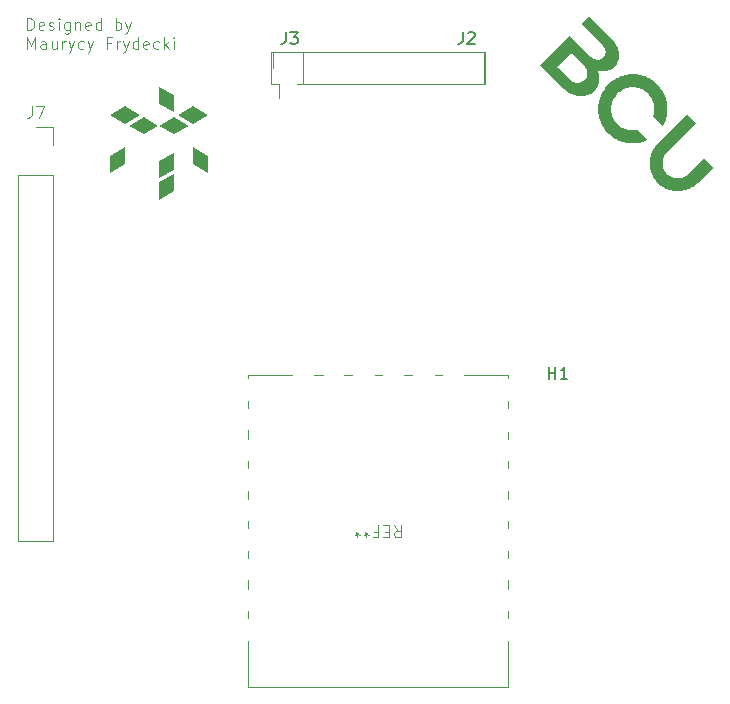
<source format=gbr>
%TF.GenerationSoftware,KiCad,Pcbnew,9.0.3*%
%TF.CreationDate,2025-07-27T20:55:45+02:00*%
%TF.ProjectId,Pololu Zumo 32U4 controller shield,506f6c6f-6c75-4205-9a75-6d6f20333255,rev?*%
%TF.SameCoordinates,Original*%
%TF.FileFunction,Legend,Top*%
%TF.FilePolarity,Positive*%
%FSLAX46Y46*%
G04 Gerber Fmt 4.6, Leading zero omitted, Abs format (unit mm)*
G04 Created by KiCad (PCBNEW 9.0.3) date 2025-07-27 20:55:45*
%MOMM*%
%LPD*%
G01*
G04 APERTURE LIST*
%ADD10C,0.100000*%
%ADD11C,0.150000*%
%ADD12C,0.000000*%
%ADD13C,0.120000*%
G04 APERTURE END LIST*
D10*
X120303884Y-74262475D02*
X120303884Y-73262475D01*
X120303884Y-73262475D02*
X120541979Y-73262475D01*
X120541979Y-73262475D02*
X120684836Y-73310094D01*
X120684836Y-73310094D02*
X120780074Y-73405332D01*
X120780074Y-73405332D02*
X120827693Y-73500570D01*
X120827693Y-73500570D02*
X120875312Y-73691046D01*
X120875312Y-73691046D02*
X120875312Y-73833903D01*
X120875312Y-73833903D02*
X120827693Y-74024379D01*
X120827693Y-74024379D02*
X120780074Y-74119617D01*
X120780074Y-74119617D02*
X120684836Y-74214856D01*
X120684836Y-74214856D02*
X120541979Y-74262475D01*
X120541979Y-74262475D02*
X120303884Y-74262475D01*
X121684836Y-74214856D02*
X121589598Y-74262475D01*
X121589598Y-74262475D02*
X121399122Y-74262475D01*
X121399122Y-74262475D02*
X121303884Y-74214856D01*
X121303884Y-74214856D02*
X121256265Y-74119617D01*
X121256265Y-74119617D02*
X121256265Y-73738665D01*
X121256265Y-73738665D02*
X121303884Y-73643427D01*
X121303884Y-73643427D02*
X121399122Y-73595808D01*
X121399122Y-73595808D02*
X121589598Y-73595808D01*
X121589598Y-73595808D02*
X121684836Y-73643427D01*
X121684836Y-73643427D02*
X121732455Y-73738665D01*
X121732455Y-73738665D02*
X121732455Y-73833903D01*
X121732455Y-73833903D02*
X121256265Y-73929141D01*
X122113408Y-74214856D02*
X122208646Y-74262475D01*
X122208646Y-74262475D02*
X122399122Y-74262475D01*
X122399122Y-74262475D02*
X122494360Y-74214856D01*
X122494360Y-74214856D02*
X122541979Y-74119617D01*
X122541979Y-74119617D02*
X122541979Y-74071998D01*
X122541979Y-74071998D02*
X122494360Y-73976760D01*
X122494360Y-73976760D02*
X122399122Y-73929141D01*
X122399122Y-73929141D02*
X122256265Y-73929141D01*
X122256265Y-73929141D02*
X122161027Y-73881522D01*
X122161027Y-73881522D02*
X122113408Y-73786284D01*
X122113408Y-73786284D02*
X122113408Y-73738665D01*
X122113408Y-73738665D02*
X122161027Y-73643427D01*
X122161027Y-73643427D02*
X122256265Y-73595808D01*
X122256265Y-73595808D02*
X122399122Y-73595808D01*
X122399122Y-73595808D02*
X122494360Y-73643427D01*
X122970551Y-74262475D02*
X122970551Y-73595808D01*
X122970551Y-73262475D02*
X122922932Y-73310094D01*
X122922932Y-73310094D02*
X122970551Y-73357713D01*
X122970551Y-73357713D02*
X123018170Y-73310094D01*
X123018170Y-73310094D02*
X122970551Y-73262475D01*
X122970551Y-73262475D02*
X122970551Y-73357713D01*
X123875312Y-73595808D02*
X123875312Y-74405332D01*
X123875312Y-74405332D02*
X123827693Y-74500570D01*
X123827693Y-74500570D02*
X123780074Y-74548189D01*
X123780074Y-74548189D02*
X123684836Y-74595808D01*
X123684836Y-74595808D02*
X123541979Y-74595808D01*
X123541979Y-74595808D02*
X123446741Y-74548189D01*
X123875312Y-74214856D02*
X123780074Y-74262475D01*
X123780074Y-74262475D02*
X123589598Y-74262475D01*
X123589598Y-74262475D02*
X123494360Y-74214856D01*
X123494360Y-74214856D02*
X123446741Y-74167236D01*
X123446741Y-74167236D02*
X123399122Y-74071998D01*
X123399122Y-74071998D02*
X123399122Y-73786284D01*
X123399122Y-73786284D02*
X123446741Y-73691046D01*
X123446741Y-73691046D02*
X123494360Y-73643427D01*
X123494360Y-73643427D02*
X123589598Y-73595808D01*
X123589598Y-73595808D02*
X123780074Y-73595808D01*
X123780074Y-73595808D02*
X123875312Y-73643427D01*
X124351503Y-73595808D02*
X124351503Y-74262475D01*
X124351503Y-73691046D02*
X124399122Y-73643427D01*
X124399122Y-73643427D02*
X124494360Y-73595808D01*
X124494360Y-73595808D02*
X124637217Y-73595808D01*
X124637217Y-73595808D02*
X124732455Y-73643427D01*
X124732455Y-73643427D02*
X124780074Y-73738665D01*
X124780074Y-73738665D02*
X124780074Y-74262475D01*
X125637217Y-74214856D02*
X125541979Y-74262475D01*
X125541979Y-74262475D02*
X125351503Y-74262475D01*
X125351503Y-74262475D02*
X125256265Y-74214856D01*
X125256265Y-74214856D02*
X125208646Y-74119617D01*
X125208646Y-74119617D02*
X125208646Y-73738665D01*
X125208646Y-73738665D02*
X125256265Y-73643427D01*
X125256265Y-73643427D02*
X125351503Y-73595808D01*
X125351503Y-73595808D02*
X125541979Y-73595808D01*
X125541979Y-73595808D02*
X125637217Y-73643427D01*
X125637217Y-73643427D02*
X125684836Y-73738665D01*
X125684836Y-73738665D02*
X125684836Y-73833903D01*
X125684836Y-73833903D02*
X125208646Y-73929141D01*
X126541979Y-74262475D02*
X126541979Y-73262475D01*
X126541979Y-74214856D02*
X126446741Y-74262475D01*
X126446741Y-74262475D02*
X126256265Y-74262475D01*
X126256265Y-74262475D02*
X126161027Y-74214856D01*
X126161027Y-74214856D02*
X126113408Y-74167236D01*
X126113408Y-74167236D02*
X126065789Y-74071998D01*
X126065789Y-74071998D02*
X126065789Y-73786284D01*
X126065789Y-73786284D02*
X126113408Y-73691046D01*
X126113408Y-73691046D02*
X126161027Y-73643427D01*
X126161027Y-73643427D02*
X126256265Y-73595808D01*
X126256265Y-73595808D02*
X126446741Y-73595808D01*
X126446741Y-73595808D02*
X126541979Y-73643427D01*
X127780075Y-74262475D02*
X127780075Y-73262475D01*
X127780075Y-73643427D02*
X127875313Y-73595808D01*
X127875313Y-73595808D02*
X128065789Y-73595808D01*
X128065789Y-73595808D02*
X128161027Y-73643427D01*
X128161027Y-73643427D02*
X128208646Y-73691046D01*
X128208646Y-73691046D02*
X128256265Y-73786284D01*
X128256265Y-73786284D02*
X128256265Y-74071998D01*
X128256265Y-74071998D02*
X128208646Y-74167236D01*
X128208646Y-74167236D02*
X128161027Y-74214856D01*
X128161027Y-74214856D02*
X128065789Y-74262475D01*
X128065789Y-74262475D02*
X127875313Y-74262475D01*
X127875313Y-74262475D02*
X127780075Y-74214856D01*
X128589599Y-73595808D02*
X128827694Y-74262475D01*
X129065789Y-73595808D02*
X128827694Y-74262475D01*
X128827694Y-74262475D02*
X128732456Y-74500570D01*
X128732456Y-74500570D02*
X128684837Y-74548189D01*
X128684837Y-74548189D02*
X128589599Y-74595808D01*
X120303884Y-75872419D02*
X120303884Y-74872419D01*
X120303884Y-74872419D02*
X120637217Y-75586704D01*
X120637217Y-75586704D02*
X120970550Y-74872419D01*
X120970550Y-74872419D02*
X120970550Y-75872419D01*
X121875312Y-75872419D02*
X121875312Y-75348609D01*
X121875312Y-75348609D02*
X121827693Y-75253371D01*
X121827693Y-75253371D02*
X121732455Y-75205752D01*
X121732455Y-75205752D02*
X121541979Y-75205752D01*
X121541979Y-75205752D02*
X121446741Y-75253371D01*
X121875312Y-75824800D02*
X121780074Y-75872419D01*
X121780074Y-75872419D02*
X121541979Y-75872419D01*
X121541979Y-75872419D02*
X121446741Y-75824800D01*
X121446741Y-75824800D02*
X121399122Y-75729561D01*
X121399122Y-75729561D02*
X121399122Y-75634323D01*
X121399122Y-75634323D02*
X121446741Y-75539085D01*
X121446741Y-75539085D02*
X121541979Y-75491466D01*
X121541979Y-75491466D02*
X121780074Y-75491466D01*
X121780074Y-75491466D02*
X121875312Y-75443847D01*
X122780074Y-75205752D02*
X122780074Y-75872419D01*
X122351503Y-75205752D02*
X122351503Y-75729561D01*
X122351503Y-75729561D02*
X122399122Y-75824800D01*
X122399122Y-75824800D02*
X122494360Y-75872419D01*
X122494360Y-75872419D02*
X122637217Y-75872419D01*
X122637217Y-75872419D02*
X122732455Y-75824800D01*
X122732455Y-75824800D02*
X122780074Y-75777180D01*
X123256265Y-75872419D02*
X123256265Y-75205752D01*
X123256265Y-75396228D02*
X123303884Y-75300990D01*
X123303884Y-75300990D02*
X123351503Y-75253371D01*
X123351503Y-75253371D02*
X123446741Y-75205752D01*
X123446741Y-75205752D02*
X123541979Y-75205752D01*
X123780075Y-75205752D02*
X124018170Y-75872419D01*
X124256265Y-75205752D02*
X124018170Y-75872419D01*
X124018170Y-75872419D02*
X123922932Y-76110514D01*
X123922932Y-76110514D02*
X123875313Y-76158133D01*
X123875313Y-76158133D02*
X123780075Y-76205752D01*
X125065789Y-75824800D02*
X124970551Y-75872419D01*
X124970551Y-75872419D02*
X124780075Y-75872419D01*
X124780075Y-75872419D02*
X124684837Y-75824800D01*
X124684837Y-75824800D02*
X124637218Y-75777180D01*
X124637218Y-75777180D02*
X124589599Y-75681942D01*
X124589599Y-75681942D02*
X124589599Y-75396228D01*
X124589599Y-75396228D02*
X124637218Y-75300990D01*
X124637218Y-75300990D02*
X124684837Y-75253371D01*
X124684837Y-75253371D02*
X124780075Y-75205752D01*
X124780075Y-75205752D02*
X124970551Y-75205752D01*
X124970551Y-75205752D02*
X125065789Y-75253371D01*
X125399123Y-75205752D02*
X125637218Y-75872419D01*
X125875313Y-75205752D02*
X125637218Y-75872419D01*
X125637218Y-75872419D02*
X125541980Y-76110514D01*
X125541980Y-76110514D02*
X125494361Y-76158133D01*
X125494361Y-76158133D02*
X125399123Y-76205752D01*
X127351504Y-75348609D02*
X127018171Y-75348609D01*
X127018171Y-75872419D02*
X127018171Y-74872419D01*
X127018171Y-74872419D02*
X127494361Y-74872419D01*
X127875314Y-75872419D02*
X127875314Y-75205752D01*
X127875314Y-75396228D02*
X127922933Y-75300990D01*
X127922933Y-75300990D02*
X127970552Y-75253371D01*
X127970552Y-75253371D02*
X128065790Y-75205752D01*
X128065790Y-75205752D02*
X128161028Y-75205752D01*
X128399124Y-75205752D02*
X128637219Y-75872419D01*
X128875314Y-75205752D02*
X128637219Y-75872419D01*
X128637219Y-75872419D02*
X128541981Y-76110514D01*
X128541981Y-76110514D02*
X128494362Y-76158133D01*
X128494362Y-76158133D02*
X128399124Y-76205752D01*
X129684838Y-75872419D02*
X129684838Y-74872419D01*
X129684838Y-75824800D02*
X129589600Y-75872419D01*
X129589600Y-75872419D02*
X129399124Y-75872419D01*
X129399124Y-75872419D02*
X129303886Y-75824800D01*
X129303886Y-75824800D02*
X129256267Y-75777180D01*
X129256267Y-75777180D02*
X129208648Y-75681942D01*
X129208648Y-75681942D02*
X129208648Y-75396228D01*
X129208648Y-75396228D02*
X129256267Y-75300990D01*
X129256267Y-75300990D02*
X129303886Y-75253371D01*
X129303886Y-75253371D02*
X129399124Y-75205752D01*
X129399124Y-75205752D02*
X129589600Y-75205752D01*
X129589600Y-75205752D02*
X129684838Y-75253371D01*
X130541981Y-75824800D02*
X130446743Y-75872419D01*
X130446743Y-75872419D02*
X130256267Y-75872419D01*
X130256267Y-75872419D02*
X130161029Y-75824800D01*
X130161029Y-75824800D02*
X130113410Y-75729561D01*
X130113410Y-75729561D02*
X130113410Y-75348609D01*
X130113410Y-75348609D02*
X130161029Y-75253371D01*
X130161029Y-75253371D02*
X130256267Y-75205752D01*
X130256267Y-75205752D02*
X130446743Y-75205752D01*
X130446743Y-75205752D02*
X130541981Y-75253371D01*
X130541981Y-75253371D02*
X130589600Y-75348609D01*
X130589600Y-75348609D02*
X130589600Y-75443847D01*
X130589600Y-75443847D02*
X130113410Y-75539085D01*
X131446743Y-75824800D02*
X131351505Y-75872419D01*
X131351505Y-75872419D02*
X131161029Y-75872419D01*
X131161029Y-75872419D02*
X131065791Y-75824800D01*
X131065791Y-75824800D02*
X131018172Y-75777180D01*
X131018172Y-75777180D02*
X130970553Y-75681942D01*
X130970553Y-75681942D02*
X130970553Y-75396228D01*
X130970553Y-75396228D02*
X131018172Y-75300990D01*
X131018172Y-75300990D02*
X131065791Y-75253371D01*
X131065791Y-75253371D02*
X131161029Y-75205752D01*
X131161029Y-75205752D02*
X131351505Y-75205752D01*
X131351505Y-75205752D02*
X131446743Y-75253371D01*
X131875315Y-75872419D02*
X131875315Y-74872419D01*
X131970553Y-75491466D02*
X132256267Y-75872419D01*
X132256267Y-75205752D02*
X131875315Y-75586704D01*
X132684839Y-75872419D02*
X132684839Y-75205752D01*
X132684839Y-74872419D02*
X132637220Y-74920038D01*
X132637220Y-74920038D02*
X132684839Y-74967657D01*
X132684839Y-74967657D02*
X132732458Y-74920038D01*
X132732458Y-74920038D02*
X132684839Y-74872419D01*
X132684839Y-74872419D02*
X132684839Y-74967657D01*
D11*
X157166666Y-74454819D02*
X157166666Y-75169104D01*
X157166666Y-75169104D02*
X157119047Y-75311961D01*
X157119047Y-75311961D02*
X157023809Y-75407200D01*
X157023809Y-75407200D02*
X156880952Y-75454819D01*
X156880952Y-75454819D02*
X156785714Y-75454819D01*
X157595238Y-74550057D02*
X157642857Y-74502438D01*
X157642857Y-74502438D02*
X157738095Y-74454819D01*
X157738095Y-74454819D02*
X157976190Y-74454819D01*
X157976190Y-74454819D02*
X158071428Y-74502438D01*
X158071428Y-74502438D02*
X158119047Y-74550057D01*
X158119047Y-74550057D02*
X158166666Y-74645295D01*
X158166666Y-74645295D02*
X158166666Y-74740533D01*
X158166666Y-74740533D02*
X158119047Y-74883390D01*
X158119047Y-74883390D02*
X157547619Y-75454819D01*
X157547619Y-75454819D02*
X158166666Y-75454819D01*
X142166666Y-74454819D02*
X142166666Y-75169104D01*
X142166666Y-75169104D02*
X142119047Y-75311961D01*
X142119047Y-75311961D02*
X142023809Y-75407200D01*
X142023809Y-75407200D02*
X141880952Y-75454819D01*
X141880952Y-75454819D02*
X141785714Y-75454819D01*
X142547619Y-74454819D02*
X143166666Y-74454819D01*
X143166666Y-74454819D02*
X142833333Y-74835771D01*
X142833333Y-74835771D02*
X142976190Y-74835771D01*
X142976190Y-74835771D02*
X143071428Y-74883390D01*
X143071428Y-74883390D02*
X143119047Y-74931009D01*
X143119047Y-74931009D02*
X143166666Y-75026247D01*
X143166666Y-75026247D02*
X143166666Y-75264342D01*
X143166666Y-75264342D02*
X143119047Y-75359580D01*
X143119047Y-75359580D02*
X143071428Y-75407200D01*
X143071428Y-75407200D02*
X142976190Y-75454819D01*
X142976190Y-75454819D02*
X142690476Y-75454819D01*
X142690476Y-75454819D02*
X142595238Y-75407200D01*
X142595238Y-75407200D02*
X142547619Y-75359580D01*
X164438095Y-103804819D02*
X164438095Y-102804819D01*
X164438095Y-103281009D02*
X165009523Y-103281009D01*
X165009523Y-103804819D02*
X165009523Y-102804819D01*
X166009523Y-103804819D02*
X165438095Y-103804819D01*
X165723809Y-103804819D02*
X165723809Y-102804819D01*
X165723809Y-102804819D02*
X165628571Y-102947676D01*
X165628571Y-102947676D02*
X165533333Y-103042914D01*
X165533333Y-103042914D02*
X165438095Y-103090533D01*
D10*
X151333333Y-116202580D02*
X151666666Y-116678771D01*
X151904761Y-116202580D02*
X151904761Y-117202580D01*
X151904761Y-117202580D02*
X151523809Y-117202580D01*
X151523809Y-117202580D02*
X151428571Y-117154961D01*
X151428571Y-117154961D02*
X151380952Y-117107342D01*
X151380952Y-117107342D02*
X151333333Y-117012104D01*
X151333333Y-117012104D02*
X151333333Y-116869247D01*
X151333333Y-116869247D02*
X151380952Y-116774009D01*
X151380952Y-116774009D02*
X151428571Y-116726390D01*
X151428571Y-116726390D02*
X151523809Y-116678771D01*
X151523809Y-116678771D02*
X151904761Y-116678771D01*
X150904761Y-116726390D02*
X150571428Y-116726390D01*
X150428571Y-116202580D02*
X150904761Y-116202580D01*
X150904761Y-116202580D02*
X150904761Y-117202580D01*
X150904761Y-117202580D02*
X150428571Y-117202580D01*
X149666666Y-116726390D02*
X149999999Y-116726390D01*
X149999999Y-116202580D02*
X149999999Y-117202580D01*
X149999999Y-117202580D02*
X149523809Y-117202580D01*
X148999999Y-117202580D02*
X148999999Y-116964485D01*
X149238094Y-117059723D02*
X148999999Y-116964485D01*
X148999999Y-116964485D02*
X148761904Y-117059723D01*
X149142856Y-116774009D02*
X148999999Y-116964485D01*
X148999999Y-116964485D02*
X148857142Y-116774009D01*
X148238094Y-117202580D02*
X148238094Y-116964485D01*
X148476189Y-117059723D02*
X148238094Y-116964485D01*
X148238094Y-116964485D02*
X147999999Y-117059723D01*
X148380951Y-116774009D02*
X148238094Y-116964485D01*
X148238094Y-116964485D02*
X148095237Y-116774009D01*
X120666666Y-80707419D02*
X120666666Y-81421704D01*
X120666666Y-81421704D02*
X120619047Y-81564561D01*
X120619047Y-81564561D02*
X120523809Y-81659800D01*
X120523809Y-81659800D02*
X120380952Y-81707419D01*
X120380952Y-81707419D02*
X120285714Y-81707419D01*
X121047619Y-80707419D02*
X121714285Y-80707419D01*
X121714285Y-80707419D02*
X121285714Y-81707419D01*
D12*
%TO.C,svg2mod*%
G36*
X176918440Y-82151530D02*
G01*
X174455780Y-84614190D01*
X174372540Y-84705735D01*
X174299705Y-84802979D01*
X174237276Y-84905162D01*
X174185251Y-85011524D01*
X174143631Y-85121305D01*
X174112416Y-85233745D01*
X174091606Y-85348086D01*
X174081201Y-85463565D01*
X174081201Y-85579425D01*
X174091606Y-85694905D01*
X174112416Y-85809245D01*
X174143631Y-85921686D01*
X174185251Y-86031467D01*
X174237276Y-86137829D01*
X174299705Y-86240012D01*
X174372540Y-86337255D01*
X174455780Y-86428801D01*
X174543476Y-86508846D01*
X174636451Y-86579318D01*
X174734033Y-86640215D01*
X174835551Y-86691538D01*
X174940333Y-86733285D01*
X175047708Y-86765457D01*
X175157005Y-86788053D01*
X175267550Y-86801073D01*
X175378674Y-86804516D01*
X175489704Y-86798383D01*
X175599969Y-86782672D01*
X175708797Y-86757384D01*
X175815516Y-86722519D01*
X175919455Y-86678075D01*
X176019943Y-86624052D01*
X176116308Y-86560451D01*
X176207878Y-86487271D01*
X176270364Y-86428777D01*
X176328861Y-86366287D01*
X177560153Y-85134996D01*
X178333802Y-85908643D01*
X177042019Y-87200429D01*
X176946272Y-87291093D01*
X176846855Y-87375438D01*
X176744034Y-87453462D01*
X176638076Y-87525168D01*
X176529244Y-87590554D01*
X176417806Y-87649620D01*
X176304026Y-87702367D01*
X176188171Y-87748795D01*
X176070505Y-87788903D01*
X175951294Y-87822692D01*
X175830804Y-87850162D01*
X175709301Y-87871313D01*
X175587049Y-87886145D01*
X175464315Y-87894659D01*
X175341365Y-87896853D01*
X175218463Y-87892728D01*
X175095875Y-87882285D01*
X174973868Y-87865523D01*
X174852706Y-87842443D01*
X174735831Y-87813925D01*
X174620255Y-87779437D01*
X174506219Y-87738976D01*
X174393960Y-87692542D01*
X174283721Y-87640133D01*
X174175740Y-87581748D01*
X174070258Y-87517385D01*
X173967514Y-87447043D01*
X173867749Y-87370721D01*
X173771203Y-87288417D01*
X173678114Y-87200130D01*
X173590262Y-87107532D01*
X173508326Y-87011515D01*
X173432309Y-86912316D01*
X173362212Y-86810169D01*
X173298039Y-86705310D01*
X173239792Y-86597977D01*
X173187472Y-86488405D01*
X173141083Y-86376830D01*
X173100626Y-86263488D01*
X173066105Y-86148615D01*
X173037521Y-86032447D01*
X173014009Y-85910917D01*
X172996859Y-85788538D01*
X172986069Y-85665577D01*
X172981639Y-85542300D01*
X172983569Y-85418975D01*
X172991859Y-85295866D01*
X173006507Y-85173242D01*
X173027514Y-85051368D01*
X173054879Y-84930512D01*
X173088601Y-84810938D01*
X173128681Y-84692916D01*
X173175117Y-84576709D01*
X173227909Y-84462586D01*
X173287057Y-84350813D01*
X173352560Y-84241657D01*
X173424417Y-84135383D01*
X173502629Y-84032258D01*
X173587195Y-83932550D01*
X173678114Y-83836524D01*
X176140774Y-81373865D01*
X176918440Y-82151530D01*
G37*
G36*
X169699860Y-74927313D02*
G01*
X169796093Y-75027259D01*
X169885061Y-75127370D01*
X169966764Y-75227642D01*
X170041199Y-75328076D01*
X170108363Y-75428667D01*
X170168256Y-75529414D01*
X170220875Y-75630315D01*
X170266218Y-75731368D01*
X170304283Y-75832571D01*
X170343427Y-75961546D01*
X170372557Y-76088247D01*
X170391676Y-76212662D01*
X170400791Y-76334777D01*
X170399903Y-76454579D01*
X170389019Y-76572056D01*
X170368142Y-76687194D01*
X170338210Y-76798926D01*
X170300160Y-76906190D01*
X170254004Y-77008978D01*
X170199748Y-77107279D01*
X170137402Y-77201086D01*
X170066975Y-77290390D01*
X169988476Y-77375182D01*
X169897750Y-77458566D01*
X169802748Y-77531552D01*
X169703471Y-77594148D01*
X169599924Y-77646363D01*
X169492109Y-77688207D01*
X169380029Y-77719689D01*
X169263686Y-77740818D01*
X169143084Y-77751602D01*
X169036732Y-77752251D01*
X168928428Y-77744698D01*
X168818197Y-77729062D01*
X168706062Y-77705464D01*
X168592047Y-77674024D01*
X168636340Y-77803179D01*
X168671665Y-77930977D01*
X168697997Y-78057431D01*
X168715308Y-78182554D01*
X168723571Y-78306361D01*
X168722759Y-78428864D01*
X168712328Y-78553802D01*
X168692175Y-78675005D01*
X168662299Y-78792472D01*
X168622697Y-78906200D01*
X168573368Y-79016187D01*
X168514309Y-79122432D01*
X168445519Y-79224932D01*
X168366995Y-79323685D01*
X168278736Y-79418689D01*
X168181999Y-79508216D01*
X168080590Y-79588000D01*
X167974507Y-79658040D01*
X167863750Y-79718336D01*
X167748320Y-79768888D01*
X167628217Y-79809696D01*
X167503440Y-79840760D01*
X167391269Y-79859598D01*
X167277397Y-79870086D01*
X167161830Y-79872226D01*
X167044573Y-79866017D01*
X166925633Y-79851459D01*
X166868581Y-79840624D01*
X166805014Y-79828552D01*
X166682724Y-79797296D01*
X166558767Y-79757692D01*
X166459041Y-79719675D01*
X166359672Y-79675521D01*
X166260660Y-79625227D01*
X166162003Y-79568792D01*
X166063699Y-79506214D01*
X165965747Y-79437493D01*
X165868145Y-79362625D01*
X165770891Y-79281611D01*
X165673985Y-79194449D01*
X165577424Y-79101136D01*
X163847856Y-77371568D01*
X165162208Y-77371568D01*
X165251762Y-77461122D01*
X165249645Y-77463238D01*
X166200304Y-78413897D01*
X166306298Y-78510038D01*
X166414481Y-78588676D01*
X166524841Y-78649811D01*
X166637362Y-78693444D01*
X166752031Y-78719575D01*
X166868835Y-78728206D01*
X166868581Y-78728462D01*
X166983330Y-78721642D01*
X167091858Y-78701420D01*
X167194177Y-78667784D01*
X167290302Y-78620719D01*
X167380246Y-78560211D01*
X167464023Y-78486247D01*
X167539890Y-78400743D01*
X167602498Y-78309229D01*
X167651870Y-78211682D01*
X167688030Y-78108078D01*
X167709122Y-78000650D01*
X167714032Y-77890930D01*
X167702759Y-77778966D01*
X167675303Y-77664803D01*
X167641211Y-77573351D01*
X167595815Y-77483384D01*
X167539128Y-77394890D01*
X167471161Y-77307858D01*
X167391926Y-77222274D01*
X166441268Y-76271616D01*
X166439151Y-76273732D01*
X166349598Y-76184179D01*
X165162208Y-77371568D01*
X163847856Y-77371568D01*
X163727492Y-77251204D01*
X166223502Y-74755191D01*
X167944969Y-76476657D01*
X168053600Y-76575354D01*
X168163668Y-76655635D01*
X168275173Y-76717524D01*
X168388115Y-76761046D01*
X168502494Y-76786225D01*
X168616002Y-76790717D01*
X168726326Y-76772172D01*
X168833452Y-76730601D01*
X168937369Y-76666017D01*
X169038066Y-76578432D01*
X169127806Y-76475581D01*
X169194067Y-76369987D01*
X169236834Y-76261664D01*
X169256098Y-76150622D01*
X169251844Y-76036875D01*
X169226666Y-75922496D01*
X169183143Y-75809554D01*
X169121254Y-75698049D01*
X169040973Y-75587981D01*
X168942276Y-75479350D01*
X167220810Y-73757883D01*
X167875622Y-73103074D01*
X169699860Y-74927313D01*
G37*
G36*
X171726255Y-78002972D02*
G01*
X171841433Y-78012008D01*
X171956252Y-78025562D01*
X172070568Y-78043634D01*
X172184235Y-78066224D01*
X172297111Y-78093333D01*
X172409051Y-78124959D01*
X172519911Y-78161104D01*
X172629548Y-78201767D01*
X172737817Y-78246948D01*
X172844575Y-78296648D01*
X172949678Y-78350865D01*
X173052981Y-78409601D01*
X173154341Y-78472855D01*
X173253613Y-78540628D01*
X173350655Y-78612918D01*
X173445321Y-78689727D01*
X173537468Y-78771054D01*
X173626952Y-78856899D01*
X173715147Y-78948940D01*
X173798566Y-79043792D01*
X173877209Y-79141299D01*
X173951076Y-79241304D01*
X174020166Y-79343650D01*
X174084480Y-79448181D01*
X174144018Y-79554741D01*
X174198779Y-79663174D01*
X174248765Y-79773322D01*
X174293974Y-79885029D01*
X174334407Y-79998139D01*
X174370064Y-80112496D01*
X174400945Y-80227943D01*
X174427050Y-80344323D01*
X174448378Y-80461480D01*
X174464931Y-80579258D01*
X174476707Y-80697500D01*
X174483707Y-80816050D01*
X174485932Y-80934751D01*
X174483380Y-81053447D01*
X174476052Y-81171981D01*
X174463948Y-81290197D01*
X174447068Y-81407938D01*
X174425412Y-81525048D01*
X174398980Y-81641371D01*
X174367772Y-81756750D01*
X174331789Y-81871029D01*
X174291029Y-81984051D01*
X174245493Y-82095659D01*
X174195182Y-82205698D01*
X174140094Y-82314010D01*
X174080231Y-82420440D01*
X173259684Y-81599893D01*
X173301031Y-81482678D01*
X173334197Y-81363445D01*
X173359180Y-81242635D01*
X173375979Y-81120695D01*
X173384594Y-80998067D01*
X173385023Y-80875196D01*
X173377266Y-80752526D01*
X173361321Y-80630501D01*
X173337189Y-80509566D01*
X173304868Y-80390164D01*
X173264357Y-80272739D01*
X173215656Y-80157736D01*
X173158763Y-80045599D01*
X173093678Y-79936771D01*
X173020401Y-79831698D01*
X172938929Y-79730822D01*
X172849262Y-79634589D01*
X172761282Y-79552123D01*
X172669374Y-79476529D01*
X172573880Y-79407807D01*
X172475140Y-79345958D01*
X172373498Y-79290980D01*
X172269293Y-79242875D01*
X172162869Y-79201641D01*
X172054566Y-79167280D01*
X171944726Y-79139791D01*
X171833691Y-79119174D01*
X171721801Y-79105429D01*
X171609400Y-79098556D01*
X171496828Y-79098556D01*
X171384427Y-79105427D01*
X171272538Y-79119170D01*
X171161504Y-79139786D01*
X171051665Y-79167273D01*
X170943363Y-79201632D01*
X170836940Y-79242863D01*
X170732737Y-79290967D01*
X170631097Y-79345942D01*
X170532360Y-79407789D01*
X170436868Y-79476508D01*
X170344963Y-79552099D01*
X170256986Y-79634562D01*
X170174522Y-79722540D01*
X170098931Y-79814445D01*
X170030211Y-79909937D01*
X169968364Y-80008675D01*
X169913389Y-80110315D01*
X169865285Y-80214518D01*
X169824054Y-80320941D01*
X169789694Y-80429243D01*
X169762207Y-80539082D01*
X169741591Y-80650116D01*
X169727848Y-80762005D01*
X169720977Y-80874406D01*
X169720977Y-80986978D01*
X169727850Y-81099379D01*
X169741595Y-81211268D01*
X169762212Y-81322303D01*
X169789701Y-81432143D01*
X169824062Y-81540446D01*
X169865295Y-81646870D01*
X169913401Y-81751075D01*
X169968378Y-81852717D01*
X170030228Y-81951456D01*
X170098949Y-82046951D01*
X170174543Y-82138859D01*
X170257009Y-82226839D01*
X170353742Y-82316940D01*
X170455163Y-82398767D01*
X170560821Y-82472322D01*
X170670265Y-82537603D01*
X170783044Y-82594613D01*
X170898707Y-82643350D01*
X171016802Y-82683815D01*
X171136879Y-82716010D01*
X171258487Y-82739933D01*
X171381174Y-82755586D01*
X171504490Y-82762968D01*
X171627983Y-82762080D01*
X171751202Y-82752923D01*
X171873697Y-82735497D01*
X171995015Y-82709801D01*
X172847540Y-83562329D01*
X172737137Y-83613803D01*
X172625121Y-83660449D01*
X172511648Y-83702265D01*
X172396879Y-83739252D01*
X172280973Y-83771409D01*
X172164089Y-83798736D01*
X172046386Y-83821231D01*
X171928023Y-83838896D01*
X171809160Y-83851729D01*
X171689956Y-83859731D01*
X171570569Y-83862900D01*
X171451159Y-83861237D01*
X171331886Y-83854741D01*
X171212908Y-83843411D01*
X171094384Y-83827249D01*
X170976475Y-83806252D01*
X170859338Y-83780420D01*
X170743133Y-83749755D01*
X170628019Y-83714254D01*
X170514156Y-83673917D01*
X170401703Y-83628745D01*
X170290818Y-83578737D01*
X170181662Y-83523893D01*
X170074392Y-83464211D01*
X169969169Y-83399692D01*
X169866151Y-83330336D01*
X169765499Y-83256142D01*
X169667369Y-83177110D01*
X169571923Y-83093239D01*
X169479320Y-83004529D01*
X169393474Y-82915045D01*
X169312147Y-82822898D01*
X169235339Y-82728232D01*
X169163048Y-82631190D01*
X169095276Y-82531918D01*
X169032022Y-82430558D01*
X168973286Y-82327255D01*
X168919069Y-82222152D01*
X168869369Y-82115394D01*
X168824188Y-82007125D01*
X168783525Y-81897488D01*
X168747380Y-81786628D01*
X168715754Y-81674688D01*
X168688645Y-81561812D01*
X168666055Y-81448145D01*
X168647983Y-81333829D01*
X168634429Y-81219011D01*
X168625394Y-81103832D01*
X168620876Y-80988437D01*
X168620876Y-80872971D01*
X168625395Y-80757576D01*
X168634432Y-80642398D01*
X168647987Y-80527579D01*
X168666060Y-80413264D01*
X168688651Y-80299598D01*
X168715760Y-80186723D01*
X168747387Y-80074783D01*
X168783532Y-79963924D01*
X168824195Y-79854288D01*
X168869377Y-79746019D01*
X168919076Y-79639263D01*
X168973294Y-79534161D01*
X169032029Y-79430860D01*
X169095282Y-79329501D01*
X169163054Y-79230230D01*
X169235343Y-79133191D01*
X169312151Y-79038526D01*
X169393476Y-78946381D01*
X169479320Y-78856899D01*
X169568802Y-78771056D01*
X169660947Y-78689730D01*
X169755612Y-78612922D01*
X169852652Y-78540633D01*
X169951923Y-78472861D01*
X170053281Y-78409608D01*
X170156583Y-78350872D01*
X170261684Y-78296655D01*
X170368441Y-78246955D01*
X170476710Y-78201774D01*
X170586346Y-78161111D01*
X170697206Y-78124965D01*
X170809145Y-78093338D01*
X170922020Y-78066229D01*
X171035687Y-78043638D01*
X171150002Y-78025565D01*
X171264820Y-78012010D01*
X171379999Y-78002974D01*
X171495394Y-77998455D01*
X171610860Y-77998455D01*
X171726255Y-78002972D01*
G37*
G36*
X128560924Y-85638872D02*
G01*
X127293750Y-86370498D01*
X127270488Y-84917459D01*
X128537662Y-84185833D01*
X128560924Y-85638872D01*
G37*
G36*
X132691250Y-86125282D02*
G01*
X131421250Y-86831667D01*
X131421250Y-85368468D01*
X132691250Y-84662083D01*
X132691250Y-86125282D01*
G37*
G36*
X133988079Y-82375268D02*
G01*
X132720883Y-83106873D01*
X131474167Y-82360208D01*
X132741362Y-81628604D01*
X133988079Y-82375268D01*
G37*
G36*
X131395162Y-82360208D02*
G01*
X130148424Y-83106873D01*
X128881250Y-82375268D01*
X130127988Y-81628604D01*
X131395162Y-82360208D01*
G37*
G36*
X132691250Y-79759291D02*
G01*
X132691250Y-81222500D01*
X131421250Y-80516126D01*
X131421250Y-79052917D01*
X132691250Y-79759291D01*
G37*
G36*
X129807662Y-81460625D02*
G01*
X128560924Y-82207290D01*
X127293750Y-81475685D01*
X128540488Y-80729020D01*
X129807662Y-81460625D01*
G37*
G36*
X135598862Y-84917459D02*
G01*
X135575579Y-86370498D01*
X134308383Y-85638872D01*
X134331667Y-84185833D01*
X135598862Y-84917459D01*
G37*
G36*
X135575579Y-81475685D02*
G01*
X134308383Y-82207290D01*
X133061667Y-81460625D01*
X134328862Y-80729020D01*
X135575579Y-81475685D01*
G37*
G36*
X132691250Y-87924449D02*
G01*
X131421250Y-88630833D01*
X131421250Y-87167635D01*
X132691250Y-86461250D01*
X132691250Y-87924449D01*
G37*
D13*
%TO.C,J2*%
X143650000Y-78830000D02*
X158950000Y-78830000D01*
X143650000Y-78830000D02*
X143650000Y-76170000D01*
X158950000Y-78830000D02*
X158950000Y-76170000D01*
X141050000Y-77500000D02*
X141050000Y-76170000D01*
X141050000Y-76170000D02*
X142380000Y-76170000D01*
X143650000Y-76170000D02*
X158950000Y-76170000D01*
%TO.C,J3*%
X155840000Y-76170000D02*
X159050000Y-76170000D01*
X150760000Y-76170000D02*
X154320000Y-76170000D01*
X145680000Y-76170000D02*
X149240000Y-76170000D01*
X140950000Y-76170000D02*
X144160000Y-76170000D01*
X159050000Y-78830000D02*
X159050000Y-76170000D01*
X158380000Y-78830000D02*
X159050000Y-78830000D01*
X153300000Y-78830000D02*
X156860000Y-78830000D01*
X148220000Y-78830000D02*
X151780000Y-78830000D01*
X143140000Y-78830000D02*
X146700000Y-78830000D01*
X140950000Y-78830000D02*
X140950000Y-76170000D01*
X140950000Y-78830000D02*
X141620000Y-78830000D01*
X141620000Y-80040000D02*
X141620000Y-78830000D01*
D10*
%TO.C,A1*%
X139000000Y-103460000D02*
X139000000Y-103760000D01*
X139000000Y-105660000D02*
X139000000Y-106260000D01*
X139000000Y-108160000D02*
X139000000Y-108860000D01*
X139000000Y-110760000D02*
X139000000Y-111360000D01*
X139000000Y-113260000D02*
X139000000Y-113960000D01*
X139000000Y-115860000D02*
X139000000Y-116460000D01*
X139000000Y-118360000D02*
X139000000Y-118960000D01*
X139000000Y-120860000D02*
X139000000Y-121560000D01*
X139000000Y-123460000D02*
X139000000Y-124060000D01*
X139000000Y-125960000D02*
X139000000Y-129860000D01*
X139000000Y-129860000D02*
X145300000Y-129860000D01*
X142700000Y-103460000D02*
X139000000Y-103460000D01*
X145300000Y-103460000D02*
X144600000Y-103460000D01*
X147800000Y-103460000D02*
X147100000Y-103460000D01*
X150300000Y-103460000D02*
X149700000Y-103460000D01*
X152900000Y-103460000D02*
X152200000Y-103460000D01*
X154700000Y-129860000D02*
X145300000Y-129860000D01*
X154700000Y-129860000D02*
X161000000Y-129860000D01*
X155400000Y-103460000D02*
X154800000Y-103460000D01*
X161000000Y-103460000D02*
X157300000Y-103460000D01*
X161000000Y-103760000D02*
X161000000Y-103460000D01*
X161000000Y-106260000D02*
X161000000Y-105660000D01*
X161000000Y-108860000D02*
X161000000Y-108260000D01*
X161000000Y-111360000D02*
X161000000Y-110760000D01*
X161000000Y-113960000D02*
X161000000Y-113260000D01*
X161000000Y-116460000D02*
X161000000Y-115860000D01*
X161000000Y-118960000D02*
X161000000Y-118360000D01*
X161000000Y-121560000D02*
X161000000Y-120860000D01*
X161000000Y-124060000D02*
X161000000Y-123460000D01*
X161000000Y-129860000D02*
X161000000Y-125960000D01*
%TO.C,J7*%
X119500000Y-86500000D02*
X119500000Y-117500000D01*
X119500000Y-117500000D02*
X122500000Y-117500000D01*
X121000000Y-82500000D02*
X122500000Y-82500000D01*
X122500000Y-82500000D02*
X122500000Y-84000000D01*
X122500000Y-86500000D02*
X119500000Y-86500000D01*
X122500000Y-117500000D02*
X122500000Y-86500000D01*
%TD*%
M02*

</source>
